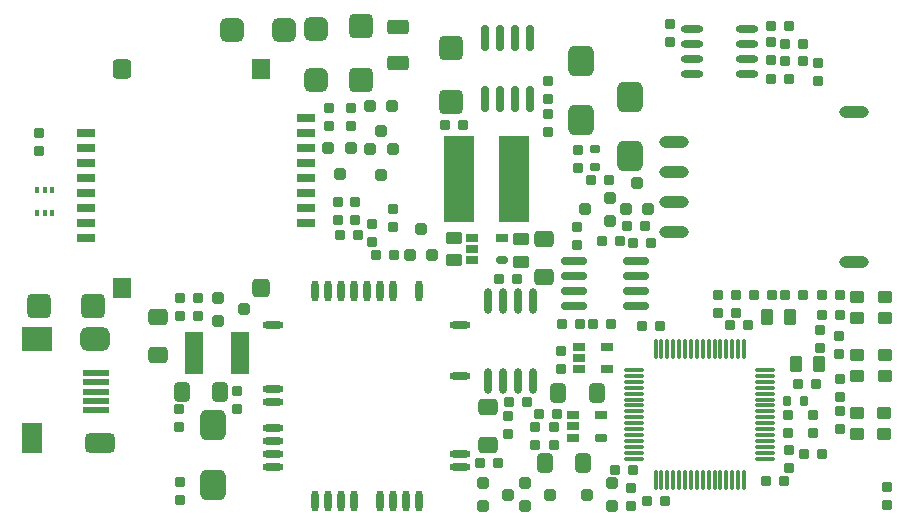
<source format=gtp>
G04 Layer_Color=8421504*
%FSLAX44Y44*%
%MOMM*%
G71*
G01*
G75*
G04:AMPARAMS|DCode=10|XSize=2.6mm|YSize=2.2mm|CornerRadius=0.55mm|HoleSize=0mm|Usage=FLASHONLY|Rotation=90.000|XOffset=0mm|YOffset=0mm|HoleType=Round|Shape=RoundedRectangle|*
%AMROUNDEDRECTD10*
21,1,2.6000,1.1000,0,0,90.0*
21,1,1.5000,2.2000,0,0,90.0*
1,1,1.1000,0.5500,0.7500*
1,1,1.1000,0.5500,-0.7500*
1,1,1.1000,-0.5500,-0.7500*
1,1,1.1000,-0.5500,0.7500*
%
%ADD10ROUNDEDRECTD10*%
%ADD11R,0.4000X0.5000*%
G04:AMPARAMS|DCode=12|XSize=0.85mm|YSize=0.9mm|CornerRadius=0.2125mm|HoleSize=0mm|Usage=FLASHONLY|Rotation=270.000|XOffset=0mm|YOffset=0mm|HoleType=Round|Shape=RoundedRectangle|*
%AMROUNDEDRECTD12*
21,1,0.8500,0.4750,0,0,270.0*
21,1,0.4250,0.9000,0,0,270.0*
1,1,0.4250,-0.2375,-0.2125*
1,1,0.4250,-0.2375,0.2125*
1,1,0.4250,0.2375,0.2125*
1,1,0.4250,0.2375,-0.2125*
%
%ADD12ROUNDEDRECTD12*%
%ADD13R,1.5000X3.6000*%
G04:AMPARAMS|DCode=14|XSize=0.85mm|YSize=0.9mm|CornerRadius=0.2125mm|HoleSize=0mm|Usage=FLASHONLY|Rotation=0.000|XOffset=0mm|YOffset=0mm|HoleType=Round|Shape=RoundedRectangle|*
%AMROUNDEDRECTD14*
21,1,0.8500,0.4750,0,0,0.0*
21,1,0.4250,0.9000,0,0,0.0*
1,1,0.4250,0.2125,-0.2375*
1,1,0.4250,-0.2125,-0.2375*
1,1,0.4250,-0.2125,0.2375*
1,1,0.4250,0.2125,0.2375*
%
%ADD14ROUNDEDRECTD14*%
G04:AMPARAMS|DCode=15|XSize=0.96mm|YSize=1.02mm|CornerRadius=0.24mm|HoleSize=0mm|Usage=FLASHONLY|Rotation=270.000|XOffset=0mm|YOffset=0mm|HoleType=Round|Shape=RoundedRectangle|*
%AMROUNDEDRECTD15*
21,1,0.9600,0.5400,0,0,270.0*
21,1,0.4800,1.0200,0,0,270.0*
1,1,0.4800,-0.2700,-0.2400*
1,1,0.4800,-0.2700,0.2400*
1,1,0.4800,0.2700,0.2400*
1,1,0.4800,0.2700,-0.2400*
%
%ADD15ROUNDEDRECTD15*%
G04:AMPARAMS|DCode=17|XSize=1.034mm|YSize=1.42mm|CornerRadius=0.2585mm|HoleSize=0mm|Usage=FLASHONLY|Rotation=180.000|XOffset=0mm|YOffset=0mm|HoleType=Round|Shape=RoundedRectangle|*
%AMROUNDEDRECTD17*
21,1,1.0340,0.9030,0,0,180.0*
21,1,0.5170,1.4200,0,0,180.0*
1,1,0.5170,-0.2585,0.4515*
1,1,0.5170,0.2585,0.4515*
1,1,0.5170,0.2585,-0.4515*
1,1,0.5170,-0.2585,-0.4515*
%
%ADD17ROUNDEDRECTD17*%
G04:AMPARAMS|DCode=18|XSize=1.034mm|YSize=1.42mm|CornerRadius=0.2585mm|HoleSize=0mm|Usage=FLASHONLY|Rotation=90.000|XOffset=0mm|YOffset=0mm|HoleType=Round|Shape=RoundedRectangle|*
%AMROUNDEDRECTD18*
21,1,1.0340,0.9030,0,0,90.0*
21,1,0.5170,1.4200,0,0,90.0*
1,1,0.5170,0.4515,0.2585*
1,1,0.5170,0.4515,-0.2585*
1,1,0.5170,-0.4515,-0.2585*
1,1,0.5170,-0.4515,0.2585*
%
%ADD18ROUNDEDRECTD18*%
G04:AMPARAMS|DCode=19|XSize=1.25mm|YSize=1.84mm|CornerRadius=0.3125mm|HoleSize=0mm|Usage=FLASHONLY|Rotation=90.000|XOffset=0mm|YOffset=0mm|HoleType=Round|Shape=RoundedRectangle|*
%AMROUNDEDRECTD19*
21,1,1.2500,1.2150,0,0,90.0*
21,1,0.6250,1.8400,0,0,90.0*
1,1,0.6250,0.6075,0.3125*
1,1,0.6250,0.6075,-0.3125*
1,1,0.6250,-0.6075,-0.3125*
1,1,0.6250,-0.6075,0.3125*
%
%ADD19ROUNDEDRECTD19*%
%ADD20O,0.6000X1.8000*%
%ADD21O,1.8000X0.6000*%
%ADD22R,1.1000X0.6500*%
G04:AMPARAMS|DCode=23|XSize=0.65mm|YSize=1.1mm|CornerRadius=0.1625mm|HoleSize=0mm|Usage=FLASHONLY|Rotation=90.000|XOffset=0mm|YOffset=0mm|HoleType=Round|Shape=RoundedRectangle|*
%AMROUNDEDRECTD23*
21,1,0.6500,0.7750,0,0,90.0*
21,1,0.3250,1.1000,0,0,90.0*
1,1,0.3250,0.3875,0.1625*
1,1,0.3250,0.3875,-0.1625*
1,1,0.3250,-0.3875,-0.1625*
1,1,0.3250,-0.3875,0.1625*
%
%ADD23ROUNDEDRECTD23*%
G04:AMPARAMS|DCode=24|XSize=2.2mm|YSize=0.6mm|CornerRadius=0.15mm|HoleSize=0mm|Usage=FLASHONLY|Rotation=90.000|XOffset=0mm|YOffset=0mm|HoleType=Round|Shape=RoundedRectangle|*
%AMROUNDEDRECTD24*
21,1,2.2000,0.3000,0,0,90.0*
21,1,1.9000,0.6000,0,0,90.0*
1,1,0.3000,0.1500,0.9500*
1,1,0.3000,0.1500,-0.9500*
1,1,0.3000,-0.1500,-0.9500*
1,1,0.3000,-0.1500,0.9500*
%
%ADD24ROUNDEDRECTD24*%
G04:AMPARAMS|DCode=25|XSize=2.2mm|YSize=0.6mm|CornerRadius=0.15mm|HoleSize=0mm|Usage=FLASHONLY|Rotation=90.000|XOffset=0mm|YOffset=0mm|HoleType=Round|Shape=RoundedRectangle|*
%AMROUNDEDRECTD25*
21,1,2.2000,0.3000,0,0,90.0*
21,1,1.9000,0.6000,0,0,90.0*
1,1,0.3000,0.1500,0.9500*
1,1,0.3000,0.1500,-0.9500*
1,1,0.3000,-0.1500,-0.9500*
1,1,0.3000,-0.1500,0.9500*
%
%ADD25ROUNDEDRECTD25*%
G04:AMPARAMS|DCode=26|XSize=2.2mm|YSize=0.6mm|CornerRadius=0.15mm|HoleSize=0mm|Usage=FLASHONLY|Rotation=0.000|XOffset=0mm|YOffset=0mm|HoleType=Round|Shape=RoundedRectangle|*
%AMROUNDEDRECTD26*
21,1,2.2000,0.3000,0,0,0.0*
21,1,1.9000,0.6000,0,0,0.0*
1,1,0.3000,0.9500,-0.1500*
1,1,0.3000,-0.9500,-0.1500*
1,1,0.3000,-0.9500,0.1500*
1,1,0.3000,0.9500,0.1500*
%
%ADD26ROUNDEDRECTD26*%
G04:AMPARAMS|DCode=27|XSize=2.2mm|YSize=0.6mm|CornerRadius=0.15mm|HoleSize=0mm|Usage=FLASHONLY|Rotation=0.000|XOffset=0mm|YOffset=0mm|HoleType=Round|Shape=RoundedRectangle|*
%AMROUNDEDRECTD27*
21,1,2.2000,0.3000,0,0,0.0*
21,1,1.9000,0.6000,0,0,0.0*
1,1,0.3000,0.9500,-0.1500*
1,1,0.3000,-0.9500,-0.1500*
1,1,0.3000,-0.9500,0.1500*
1,1,0.3000,0.9500,0.1500*
%
%ADD27ROUNDEDRECTD27*%
%ADD28O,1.9000X0.6000*%
G04:AMPARAMS|DCode=29|XSize=0.8mm|YSize=0.75mm|CornerRadius=0.1875mm|HoleSize=0mm|Usage=FLASHONLY|Rotation=180.000|XOffset=0mm|YOffset=0mm|HoleType=Round|Shape=RoundedRectangle|*
%AMROUNDEDRECTD29*
21,1,0.8000,0.3750,0,0,180.0*
21,1,0.4250,0.7500,0,0,180.0*
1,1,0.3750,-0.2125,0.1875*
1,1,0.3750,0.2125,0.1875*
1,1,0.3750,0.2125,-0.1875*
1,1,0.3750,-0.2125,-0.1875*
%
%ADD29ROUNDEDRECTD29*%
G04:AMPARAMS|DCode=30|XSize=0.8mm|YSize=0.75mm|CornerRadius=0.1875mm|HoleSize=0mm|Usage=FLASHONLY|Rotation=90.000|XOffset=0mm|YOffset=0mm|HoleType=Round|Shape=RoundedRectangle|*
%AMROUNDEDRECTD30*
21,1,0.8000,0.3750,0,0,90.0*
21,1,0.4250,0.7500,0,0,90.0*
1,1,0.3750,0.1875,0.2125*
1,1,0.3750,0.1875,-0.2125*
1,1,0.3750,-0.1875,-0.2125*
1,1,0.3750,-0.1875,0.2125*
%
%ADD30ROUNDEDRECTD30*%
%ADD31R,2.6500X7.3000*%
%ADD32O,1.8000X0.3000*%
%ADD33O,0.3000X1.8000*%
G04:AMPARAMS|DCode=34|XSize=1.38mm|YSize=1.68mm|CornerRadius=0.345mm|HoleSize=0mm|Usage=FLASHONLY|Rotation=90.000|XOffset=0mm|YOffset=0mm|HoleType=Round|Shape=RoundedRectangle|*
%AMROUNDEDRECTD34*
21,1,1.3800,0.9900,0,0,90.0*
21,1,0.6900,1.6800,0,0,90.0*
1,1,0.6900,0.4950,0.3450*
1,1,0.6900,0.4950,-0.3450*
1,1,0.6900,-0.4950,-0.3450*
1,1,0.6900,-0.4950,0.3450*
%
%ADD34ROUNDEDRECTD34*%
G04:AMPARAMS|DCode=35|XSize=1.25mm|YSize=1.1mm|CornerRadius=0.275mm|HoleSize=0mm|Usage=FLASHONLY|Rotation=0.000|XOffset=0mm|YOffset=0mm|HoleType=Round|Shape=RoundedRectangle|*
%AMROUNDEDRECTD35*
21,1,1.2500,0.5500,0,0,0.0*
21,1,0.7000,1.1000,0,0,0.0*
1,1,0.5500,0.3500,-0.2750*
1,1,0.5500,-0.3500,-0.2750*
1,1,0.5500,-0.3500,0.2750*
1,1,0.5500,0.3500,0.2750*
%
%ADD35ROUNDEDRECTD35*%
G04:AMPARAMS|DCode=36|XSize=2mm|YSize=2mm|CornerRadius=0.5mm|HoleSize=0mm|Usage=FLASHONLY|Rotation=270.000|XOffset=0mm|YOffset=0mm|HoleType=Round|Shape=RoundedRectangle|*
%AMROUNDEDRECTD36*
21,1,2.0000,1.0000,0,0,270.0*
21,1,1.0000,2.0000,0,0,270.0*
1,1,1.0000,-0.5000,-0.5000*
1,1,1.0000,-0.5000,0.5000*
1,1,1.0000,0.5000,0.5000*
1,1,1.0000,0.5000,-0.5000*
%
%ADD36ROUNDEDRECTD36*%
G04:AMPARAMS|DCode=37|XSize=2.1mm|YSize=2.1mm|CornerRadius=0.525mm|HoleSize=0mm|Usage=FLASHONLY|Rotation=90.000|XOffset=0mm|YOffset=0mm|HoleType=Round|Shape=RoundedRectangle|*
%AMROUNDEDRECTD37*
21,1,2.1000,1.0500,0,0,90.0*
21,1,1.0500,2.1000,0,0,90.0*
1,1,1.0500,0.5250,0.5250*
1,1,1.0500,0.5250,-0.5250*
1,1,1.0500,-0.5250,-0.5250*
1,1,1.0500,-0.5250,0.5250*
%
%ADD37ROUNDEDRECTD37*%
G04:AMPARAMS|DCode=38|XSize=2mm|YSize=2mm|CornerRadius=0.5mm|HoleSize=0mm|Usage=FLASHONLY|Rotation=0.000|XOffset=0mm|YOffset=0mm|HoleType=Round|Shape=RoundedRectangle|*
%AMROUNDEDRECTD38*
21,1,2.0000,1.0000,0,0,0.0*
21,1,1.0000,2.0000,0,0,0.0*
1,1,1.0000,0.5000,-0.5000*
1,1,1.0000,-0.5000,-0.5000*
1,1,1.0000,-0.5000,0.5000*
1,1,1.0000,0.5000,0.5000*
%
%ADD38ROUNDEDRECTD38*%
G04:AMPARAMS|DCode=39|XSize=1.38mm|YSize=1.68mm|CornerRadius=0.345mm|HoleSize=0mm|Usage=FLASHONLY|Rotation=0.000|XOffset=0mm|YOffset=0mm|HoleType=Round|Shape=RoundedRectangle|*
%AMROUNDEDRECTD39*
21,1,1.3800,0.9900,0,0,0.0*
21,1,0.6900,1.6800,0,0,0.0*
1,1,0.6900,0.3450,-0.4950*
1,1,0.6900,-0.3450,-0.4950*
1,1,0.6900,-0.3450,0.4950*
1,1,0.6900,0.3450,0.4950*
%
%ADD39ROUNDEDRECTD39*%
G04:AMPARAMS|DCode=40|XSize=0.96mm|YSize=1.02mm|CornerRadius=0.24mm|HoleSize=0mm|Usage=FLASHONLY|Rotation=180.000|XOffset=0mm|YOffset=0mm|HoleType=Round|Shape=RoundedRectangle|*
%AMROUNDEDRECTD40*
21,1,0.9600,0.5400,0,0,180.0*
21,1,0.4800,1.0200,0,0,180.0*
1,1,0.4800,-0.2400,0.2700*
1,1,0.4800,0.2400,0.2700*
1,1,0.4800,0.2400,-0.2700*
1,1,0.4800,-0.2400,-0.2700*
%
%ADD40ROUNDEDRECTD40*%
%ADD41R,1.5000X0.8000*%
G04:AMPARAMS|DCode=42|XSize=1.6mm|YSize=1.5mm|CornerRadius=0.375mm|HoleSize=0mm|Usage=FLASHONLY|Rotation=270.000|XOffset=0mm|YOffset=0mm|HoleType=Round|Shape=RoundedRectangle|*
%AMROUNDEDRECTD42*
21,1,1.6000,0.7500,0,0,270.0*
21,1,0.8500,1.5000,0,0,270.0*
1,1,0.7500,-0.3750,-0.4250*
1,1,0.7500,-0.3750,0.4250*
1,1,0.7500,0.3750,0.4250*
1,1,0.7500,0.3750,-0.4250*
%
%ADD42ROUNDEDRECTD42*%
%ADD43R,1.6000X1.7000*%
G04:AMPARAMS|DCode=44|XSize=1.7mm|YSize=1.6mm|CornerRadius=0.4mm|HoleSize=0mm|Usage=FLASHONLY|Rotation=270.000|XOffset=0mm|YOffset=0mm|HoleType=Round|Shape=RoundedRectangle|*
%AMROUNDEDRECTD44*
21,1,1.7000,0.8000,0,0,270.0*
21,1,0.9000,1.6000,0,0,270.0*
1,1,0.8000,-0.4000,-0.4500*
1,1,0.8000,-0.4000,0.4500*
1,1,0.8000,0.4000,0.4500*
1,1,0.8000,0.4000,-0.4500*
%
%ADD44ROUNDEDRECTD44*%
%ADD45R,0.9906X0.6858*%
G04:AMPARAMS|DCode=46|XSize=0.9906mm|YSize=0.6858mm|CornerRadius=0.1714mm|HoleSize=0mm|Usage=FLASHONLY|Rotation=0.000|XOffset=0mm|YOffset=0mm|HoleType=Round|Shape=RoundedRectangle|*
%AMROUNDEDRECTD46*
21,1,0.9906,0.3429,0,0,0.0*
21,1,0.6477,0.6858,0,0,0.0*
1,1,0.3429,0.3239,-0.1714*
1,1,0.3429,-0.3239,-0.1714*
1,1,0.3429,-0.3239,0.1714*
1,1,0.3429,0.3239,0.1714*
%
%ADD46ROUNDEDRECTD46*%
%ADD47R,2.2500X0.5000*%
%ADD48R,1.7000X2.5400*%
G04:AMPARAMS|DCode=49|XSize=1.7mm|YSize=2.54mm|CornerRadius=0.425mm|HoleSize=0mm|Usage=FLASHONLY|Rotation=90.000|XOffset=0mm|YOffset=0mm|HoleType=Round|Shape=RoundedRectangle|*
%AMROUNDEDRECTD49*
21,1,1.7000,1.6900,0,0,90.0*
21,1,0.8500,2.5400,0,0,90.0*
1,1,0.8500,0.8450,0.4250*
1,1,0.8500,0.8450,-0.4250*
1,1,0.8500,-0.8450,-0.4250*
1,1,0.8500,-0.8450,0.4250*
%
%ADD49ROUNDEDRECTD49*%
%ADD50R,2.5400X2.0320*%
G04:AMPARAMS|DCode=51|XSize=2.032mm|YSize=2.54mm|CornerRadius=0.6096mm|HoleSize=0mm|Usage=FLASHONLY|Rotation=270.000|XOffset=0mm|YOffset=0mm|HoleType=Round|Shape=RoundedRectangle|*
%AMROUNDEDRECTD51*
21,1,2.0320,1.3208,0,0,270.0*
21,1,0.8128,2.5400,0,0,270.0*
1,1,1.2192,-0.6604,-0.4064*
1,1,1.2192,-0.6604,0.4064*
1,1,1.2192,0.6604,0.4064*
1,1,1.2192,0.6604,-0.4064*
%
%ADD51ROUNDEDRECTD51*%
%ADD52O,0.6000X2.2000*%
%ADD53O,2.5000X1.0000*%
G04:AMPARAMS|DCode=54|XSize=2.1mm|YSize=2.1mm|CornerRadius=0.525mm|HoleSize=0mm|Usage=FLASHONLY|Rotation=0.000|XOffset=0mm|YOffset=0mm|HoleType=Round|Shape=RoundedRectangle|*
%AMROUNDEDRECTD54*
21,1,2.1000,1.0500,0,0,0.0*
21,1,1.0500,2.1000,0,0,0.0*
1,1,1.0500,0.5250,-0.5250*
1,1,1.0500,-0.5250,-0.5250*
1,1,1.0500,-0.5250,0.5250*
1,1,1.0500,0.5250,0.5250*
%
%ADD54ROUNDEDRECTD54*%
%ADD82C,0.0000*%
D10*
X161750Y82000D02*
D03*
Y32000D02*
D03*
X472750Y340250D02*
D03*
Y390250D02*
D03*
X515000Y310000D02*
D03*
Y360000D02*
D03*
D11*
X25500Y262000D02*
D03*
X19000D02*
D03*
X12500D02*
D03*
Y281000D02*
D03*
X19000D02*
D03*
X25500D02*
D03*
D12*
X14000Y314130D02*
D03*
Y329370D02*
D03*
X456000Y145120D02*
D03*
Y129880D02*
D03*
X259750Y335630D02*
D03*
Y350870D02*
D03*
X181750Y95880D02*
D03*
Y111120D02*
D03*
X134000Y34370D02*
D03*
Y19130D02*
D03*
Y189870D02*
D03*
Y174630D02*
D03*
X692250Y121370D02*
D03*
Y106130D02*
D03*
X692000Y142880D02*
D03*
Y158120D02*
D03*
X604000Y177630D02*
D03*
Y192870D02*
D03*
X648750Y75380D02*
D03*
Y90620D02*
D03*
X278250Y335630D02*
D03*
Y350870D02*
D03*
X282000Y255880D02*
D03*
Y271120D02*
D03*
X267500Y255630D02*
D03*
Y270870D02*
D03*
X296500Y237630D02*
D03*
Y252870D02*
D03*
X411750Y74880D02*
D03*
Y90120D02*
D03*
X148750Y174630D02*
D03*
Y189870D02*
D03*
X649000Y45630D02*
D03*
Y60870D02*
D03*
X470000Y249870D02*
D03*
Y234630D02*
D03*
X675750Y162870D02*
D03*
Y147630D02*
D03*
X692250Y94370D02*
D03*
Y79130D02*
D03*
X732500Y14380D02*
D03*
Y29620D02*
D03*
X589500Y192870D02*
D03*
Y177630D02*
D03*
X445500Y358130D02*
D03*
Y373370D02*
D03*
X445250Y330880D02*
D03*
Y346120D02*
D03*
X670000Y90870D02*
D03*
Y75630D02*
D03*
X548500Y421620D02*
D03*
Y406380D02*
D03*
X450500Y80620D02*
D03*
Y65380D02*
D03*
X515500Y14130D02*
D03*
Y29370D02*
D03*
X673500Y373630D02*
D03*
Y388870D02*
D03*
X434500Y80620D02*
D03*
Y65380D02*
D03*
X633870Y406370D02*
D03*
Y391130D02*
D03*
X132500Y95870D02*
D03*
Y80630D02*
D03*
X313750Y250130D02*
D03*
Y265370D02*
D03*
X470279Y299878D02*
D03*
Y315118D02*
D03*
D13*
X184750Y143750D02*
D03*
X145750D02*
D03*
D14*
X490630Y238000D02*
D03*
X505870D02*
D03*
X672370Y116750D02*
D03*
X657130D02*
D03*
X677370Y58000D02*
D03*
X662130D02*
D03*
X403880Y206000D02*
D03*
X419120D02*
D03*
X532370Y236750D02*
D03*
X517130D02*
D03*
X502380Y44000D02*
D03*
X517620D02*
D03*
X614620Y166750D02*
D03*
X599380D02*
D03*
X645370Y34750D02*
D03*
X630130D02*
D03*
X540120Y166250D02*
D03*
X524880D02*
D03*
X372870Y336000D02*
D03*
X357630D02*
D03*
X314620Y226250D02*
D03*
X299380D02*
D03*
X284370Y243250D02*
D03*
X269130D02*
D03*
X527370Y251250D02*
D03*
X512130D02*
D03*
X387380Y50500D02*
D03*
X402620D02*
D03*
X498370Y168250D02*
D03*
X483130D02*
D03*
X412630Y101500D02*
D03*
X427870D02*
D03*
X456880Y168250D02*
D03*
X472120D02*
D03*
X692870Y175500D02*
D03*
X677630D02*
D03*
X692870Y192250D02*
D03*
X677630D02*
D03*
X635120Y192250D02*
D03*
X619880D02*
D03*
X661370Y192500D02*
D03*
X646130D02*
D03*
X529130Y17750D02*
D03*
X544370D02*
D03*
X452620Y92000D02*
D03*
X437380D02*
D03*
X649120Y420250D02*
D03*
X633880D02*
D03*
Y375000D02*
D03*
X649120D02*
D03*
X646250Y405250D02*
D03*
X661490D02*
D03*
X646250Y390250D02*
D03*
X661490D02*
D03*
X497120Y290000D02*
D03*
X481880D02*
D03*
D15*
X425705Y13975D02*
D03*
X447295Y23500D02*
D03*
X425705Y33025D02*
D03*
X389955Y13975D02*
D03*
X411545Y23500D02*
D03*
X389955Y33025D02*
D03*
X165955Y170725D02*
D03*
X187545Y180250D02*
D03*
X165955Y189775D02*
D03*
X499795Y33025D02*
D03*
X478205Y23500D02*
D03*
X499795Y13975D02*
D03*
X497795Y255475D02*
D03*
X476205Y265000D02*
D03*
X497795Y274525D02*
D03*
D17*
X674275Y133750D02*
D03*
X655225D02*
D03*
X630725Y173750D02*
D03*
X649775D02*
D03*
D18*
X365250Y221975D02*
D03*
Y241025D02*
D03*
X422000Y220475D02*
D03*
Y239525D02*
D03*
D19*
X318250Y388760D02*
D03*
Y419240D02*
D03*
D20*
X335625Y18000D02*
D03*
X324625D02*
D03*
X313625D02*
D03*
X302625D02*
D03*
X280625D02*
D03*
X269625D02*
D03*
X258625D02*
D03*
X247625D02*
D03*
X247625Y196000D02*
D03*
X258625D02*
D03*
X269625D02*
D03*
X280625D02*
D03*
X291625D02*
D03*
X302625D02*
D03*
X313625D02*
D03*
X335625D02*
D03*
D21*
X212125Y46500D02*
D03*
Y57500D02*
D03*
Y68500D02*
D03*
Y79500D02*
D03*
Y101500D02*
D03*
Y112500D02*
D03*
Y167500D02*
D03*
X370875D02*
D03*
Y123500D02*
D03*
Y57500D02*
D03*
Y46500D02*
D03*
D22*
X490500Y90750D02*
D03*
X466500Y71750D02*
D03*
Y81250D02*
D03*
Y90750D02*
D03*
X495250Y148750D02*
D03*
Y129750D02*
D03*
X471250D02*
D03*
Y139250D02*
D03*
Y148750D02*
D03*
D23*
X490500Y71750D02*
D03*
D24*
X404900Y358250D02*
D03*
X417600D02*
D03*
X430300D02*
D03*
X392200Y410250D02*
D03*
X404900D02*
D03*
X417600D02*
D03*
X430300D02*
D03*
D25*
X392200Y358250D02*
D03*
D26*
X467500Y208850D02*
D03*
Y196150D02*
D03*
Y183450D02*
D03*
X519500Y221550D02*
D03*
Y208850D02*
D03*
Y196150D02*
D03*
Y183450D02*
D03*
D27*
X467500Y221550D02*
D03*
D28*
X567000Y418050D02*
D03*
Y405350D02*
D03*
Y392650D02*
D03*
Y379950D02*
D03*
X614000Y418050D02*
D03*
Y405350D02*
D03*
Y392650D02*
D03*
Y379950D02*
D03*
D29*
X485000Y315750D02*
D03*
Y301250D02*
D03*
D30*
X662250Y103000D02*
D03*
X647750D02*
D03*
D31*
X369750Y290500D02*
D03*
X416250D02*
D03*
D32*
X629250Y54000D02*
D03*
Y59000D02*
D03*
Y64000D02*
D03*
Y69000D02*
D03*
Y74000D02*
D03*
Y79000D02*
D03*
Y84000D02*
D03*
Y89000D02*
D03*
Y94000D02*
D03*
Y99000D02*
D03*
Y104000D02*
D03*
Y109000D02*
D03*
Y114000D02*
D03*
Y119000D02*
D03*
Y124000D02*
D03*
Y129000D02*
D03*
X518250D02*
D03*
Y124000D02*
D03*
Y119000D02*
D03*
Y114000D02*
D03*
Y109000D02*
D03*
Y104000D02*
D03*
Y99000D02*
D03*
Y94000D02*
D03*
Y89000D02*
D03*
Y84000D02*
D03*
Y79000D02*
D03*
Y74000D02*
D03*
Y69000D02*
D03*
Y64000D02*
D03*
Y59000D02*
D03*
Y54000D02*
D03*
D33*
X611250Y147000D02*
D03*
X606250D02*
D03*
X601250D02*
D03*
X596250D02*
D03*
X591250D02*
D03*
X586250D02*
D03*
X581250D02*
D03*
X576250D02*
D03*
X571250D02*
D03*
X566250D02*
D03*
X561250D02*
D03*
X556250D02*
D03*
X551250D02*
D03*
X546250D02*
D03*
X541250D02*
D03*
X536250D02*
D03*
Y36000D02*
D03*
X541250D02*
D03*
X546250D02*
D03*
X551250D02*
D03*
X556250D02*
D03*
X561250D02*
D03*
X566250D02*
D03*
X571250D02*
D03*
X576250D02*
D03*
X581250D02*
D03*
X586250D02*
D03*
X591250D02*
D03*
X596250D02*
D03*
X601250D02*
D03*
X606250D02*
D03*
X611250D02*
D03*
D34*
X394500Y97692D02*
D03*
Y65307D02*
D03*
X442000Y207307D02*
D03*
Y239692D02*
D03*
X115000Y173692D02*
D03*
Y141307D02*
D03*
D35*
X730750Y124000D02*
D03*
X707250D02*
D03*
X730750Y142000D02*
D03*
X707250D02*
D03*
X730750Y173000D02*
D03*
X707250D02*
D03*
X730000Y92750D02*
D03*
X706500D02*
D03*
X730750Y191000D02*
D03*
X707250D02*
D03*
X706500Y75000D02*
D03*
X730000D02*
D03*
D36*
X248750Y374250D02*
D03*
Y417750D02*
D03*
D37*
X286500Y419970D02*
D03*
Y374250D02*
D03*
X363500Y401970D02*
D03*
Y356250D02*
D03*
D38*
X221500Y416500D02*
D03*
X178000D02*
D03*
D39*
X474943Y50500D02*
D03*
X442557D02*
D03*
X486442Y109750D02*
D03*
X454058D02*
D03*
X135057Y110500D02*
D03*
X167442D02*
D03*
D40*
X294475Y352545D02*
D03*
X304000Y330955D02*
D03*
X313525Y352545D02*
D03*
X294725Y315795D02*
D03*
X304250Y294205D02*
D03*
X313775Y315795D02*
D03*
X259225Y316545D02*
D03*
X268750Y294955D02*
D03*
X278275Y316545D02*
D03*
X347275Y226705D02*
D03*
X337750Y248295D02*
D03*
X328225Y226705D02*
D03*
X530025Y265455D02*
D03*
X520500Y287045D02*
D03*
X510975Y265455D02*
D03*
D41*
X239950Y329350D02*
D03*
Y303950D02*
D03*
Y278550D02*
D03*
Y253150D02*
D03*
Y342050D02*
D03*
Y316650D02*
D03*
Y291250D02*
D03*
Y265850D02*
D03*
X54050Y316650D02*
D03*
Y291250D02*
D03*
Y265850D02*
D03*
Y240450D02*
D03*
Y329350D02*
D03*
Y303950D02*
D03*
Y278550D02*
D03*
Y253150D02*
D03*
D42*
X202500Y198250D02*
D03*
D43*
X84500D02*
D03*
X202500Y384250D02*
D03*
D44*
X84500D02*
D03*
D45*
X406400Y240750D02*
D03*
X381000D02*
D03*
Y231250D02*
D03*
Y221751D02*
D03*
D46*
X406400D02*
D03*
D47*
X62750Y102750D02*
D03*
Y94750D02*
D03*
Y118750D02*
D03*
Y126750D02*
D03*
Y110750D02*
D03*
D48*
X8600Y71380D02*
D03*
D49*
X65750Y67570D02*
D03*
D50*
X12410Y155200D02*
D03*
D51*
X61500Y155250D02*
D03*
D52*
X394450Y119500D02*
D03*
X407150Y119500D02*
D03*
X419850D02*
D03*
X432550Y119500D02*
D03*
X394450Y187500D02*
D03*
X407150D02*
D03*
X419850D02*
D03*
X432550D02*
D03*
D53*
X552050Y322100D02*
D03*
Y296700D02*
D03*
Y271300D02*
D03*
X551796Y245900D02*
D03*
X704450Y220500D02*
D03*
Y347500D02*
D03*
D54*
X60220Y183000D02*
D03*
X14500D02*
D03*
D82*
X727250Y421750D02*
D03*
X35750Y348000D02*
D03*
X9750Y16000D02*
D03*
M02*

</source>
